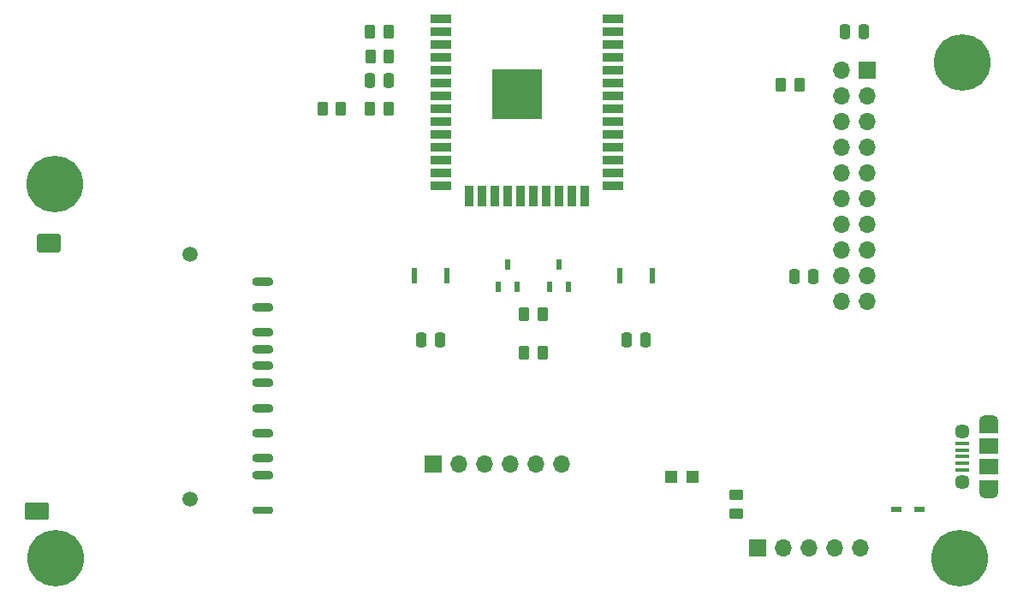
<source format=gbr>
%TF.GenerationSoftware,KiCad,Pcbnew,(6.0.2)*%
%TF.CreationDate,2022-03-10T00:26:05-05:00*%
%TF.ProjectId,tower,746f7765-722e-46b6-9963-61645f706362,rev?*%
%TF.SameCoordinates,Original*%
%TF.FileFunction,Soldermask,Top*%
%TF.FilePolarity,Negative*%
%FSLAX46Y46*%
G04 Gerber Fmt 4.6, Leading zero omitted, Abs format (unit mm)*
G04 Created by KiCad (PCBNEW (6.0.2)) date 2022-03-10 00:26:05*
%MOMM*%
%LPD*%
G01*
G04 APERTURE LIST*
G04 Aperture macros list*
%AMRoundRect*
0 Rectangle with rounded corners*
0 $1 Rounding radius*
0 $2 $3 $4 $5 $6 $7 $8 $9 X,Y pos of 4 corners*
0 Add a 4 corners polygon primitive as box body*
4,1,4,$2,$3,$4,$5,$6,$7,$8,$9,$2,$3,0*
0 Add four circle primitives for the rounded corners*
1,1,$1+$1,$2,$3*
1,1,$1+$1,$4,$5*
1,1,$1+$1,$6,$7*
1,1,$1+$1,$8,$9*
0 Add four rect primitives between the rounded corners*
20,1,$1+$1,$2,$3,$4,$5,0*
20,1,$1+$1,$4,$5,$6,$7,0*
20,1,$1+$1,$6,$7,$8,$9,0*
20,1,$1+$1,$8,$9,$2,$3,0*%
G04 Aperture macros list end*
%ADD10RoundRect,0.250000X-0.250000X-0.475000X0.250000X-0.475000X0.250000X0.475000X-0.250000X0.475000X0*%
%ADD11RoundRect,0.250000X0.250000X0.475000X-0.250000X0.475000X-0.250000X-0.475000X0.250000X-0.475000X0*%
%ADD12R,1.350000X0.400000*%
%ADD13O,1.900000X1.200000*%
%ADD14R,1.900000X1.500000*%
%ADD15R,1.900000X1.200000*%
%ADD16C,1.450000*%
%ADD17R,1.700000X1.700000*%
%ADD18O,1.700000X1.700000*%
%ADD19R,0.600000X1.100000*%
%ADD20RoundRect,0.250000X-0.262500X-0.450000X0.262500X-0.450000X0.262500X0.450000X-0.262500X0.450000X0*%
%ADD21RoundRect,0.250000X0.262500X0.450000X-0.262500X0.450000X-0.262500X-0.450000X0.262500X-0.450000X0*%
%ADD22R,0.550000X1.500000*%
%ADD23C,1.500000*%
%ADD24RoundRect,0.250400X-0.749600X0.149600X-0.749600X-0.149600X0.749600X-0.149600X0.749600X0.149600X0*%
%ADD25RoundRect,0.249900X-0.750100X0.100100X-0.750100X-0.100100X0.750100X-0.100100X0.750100X0.100100X0*%
%ADD26RoundRect,0.249900X-0.950100X0.600100X-0.950100X-0.600100X0.950100X-0.600100X0.950100X0.600100X0*%
%ADD27RoundRect,0.250200X-0.949800X0.649800X-0.949800X-0.649800X0.949800X-0.649800X0.949800X0.649800X0*%
%ADD28R,1.075000X0.500000*%
%ADD29R,2.000000X0.900000*%
%ADD30R,0.900000X2.000000*%
%ADD31R,5.000000X5.000000*%
%ADD32R,1.200000X1.200000*%
%ADD33RoundRect,0.250000X0.450000X-0.262500X0.450000X0.262500X-0.450000X0.262500X-0.450000X-0.262500X0*%
%ADD34C,5.600000*%
G04 APERTURE END LIST*
D10*
%TO.C,C1*%
X164150000Y-88900000D03*
X166050000Y-88900000D03*
%TD*%
D11*
%TO.C,C2*%
X145730000Y-88900000D03*
X143830000Y-88900000D03*
%TD*%
D10*
%TO.C,C6*%
X185740000Y-58420000D03*
X187640000Y-58420000D03*
%TD*%
%TO.C,C7*%
X180720000Y-82640000D03*
X182620000Y-82640000D03*
%TD*%
D12*
%TO.C,J1*%
X197297500Y-101720000D03*
X197297500Y-101070000D03*
X197297500Y-100420000D03*
X197297500Y-99770000D03*
X197297500Y-99120000D03*
D13*
X199997500Y-96920000D03*
X199997500Y-103920000D03*
D14*
X199997500Y-101420000D03*
D15*
X199997500Y-97520000D03*
D16*
X197297500Y-97920000D03*
X197297500Y-102920000D03*
D14*
X199997500Y-99420000D03*
D15*
X199997500Y-103320000D03*
%TD*%
D17*
%TO.C,J2*%
X145015000Y-101165000D03*
D18*
X147555000Y-101165000D03*
X150095000Y-101165000D03*
X152635000Y-101165000D03*
X155175000Y-101165000D03*
X157715000Y-101165000D03*
%TD*%
D17*
%TO.C,J3*%
X177130000Y-109435000D03*
D18*
X179670000Y-109435000D03*
X182210000Y-109435000D03*
X184750000Y-109435000D03*
X187290000Y-109435000D03*
%TD*%
D17*
%TO.C,J5*%
X187960000Y-62230000D03*
D18*
X185420000Y-62230000D03*
X187960000Y-64770000D03*
X185420000Y-64770000D03*
X187960000Y-67310000D03*
X185420000Y-67310000D03*
X187960000Y-69850000D03*
X185420000Y-69850000D03*
X187960000Y-72390000D03*
X185420000Y-72390000D03*
X187960000Y-74930000D03*
X185420000Y-74930000D03*
X187960000Y-77470000D03*
X185420000Y-77470000D03*
X187960000Y-80010000D03*
X185420000Y-80010000D03*
X187960000Y-82550000D03*
X185420000Y-82550000D03*
X187960000Y-85090000D03*
X185420000Y-85090000D03*
%TD*%
D19*
%TO.C,Q1*%
X151450000Y-83650000D03*
X153350000Y-83650000D03*
X152400000Y-81450000D03*
%TD*%
%TO.C,Q2*%
X156530000Y-83650000D03*
X158430000Y-83650000D03*
X157480000Y-81450000D03*
%TD*%
D20*
%TO.C,R1*%
X179417500Y-63660000D03*
X181242500Y-63660000D03*
%TD*%
D21*
%TO.C,R2*%
X155852500Y-90170000D03*
X154027500Y-90170000D03*
%TD*%
D20*
%TO.C,R3*%
X154027500Y-86360000D03*
X155852500Y-86360000D03*
%TD*%
D21*
%TO.C,R4*%
X140612500Y-66040000D03*
X138787500Y-66040000D03*
%TD*%
D20*
%TO.C,R5*%
X138787500Y-58420000D03*
X140612500Y-58420000D03*
%TD*%
D22*
%TO.C,SW1*%
X166725000Y-82550000D03*
X163475000Y-82550000D03*
%TD*%
%TO.C,SW2*%
X143155000Y-82550000D03*
X146405000Y-82550000D03*
%TD*%
D23*
%TO.C,J4*%
X120980000Y-104630000D03*
X120980000Y-80430000D03*
D24*
X128180000Y-85650000D03*
X128180000Y-88150000D03*
X128180000Y-91450000D03*
X128180000Y-93150000D03*
X128180000Y-95650000D03*
X128180000Y-98150000D03*
X128180000Y-100580000D03*
X128180000Y-102280000D03*
X128180000Y-83150000D03*
X128180000Y-89850000D03*
D25*
X128180000Y-105770000D03*
D26*
X105780000Y-105780000D03*
D27*
X106980000Y-79330000D03*
%TD*%
D28*
%TO.C,D1*%
X190778000Y-105670000D03*
X193102000Y-105670000D03*
%TD*%
D11*
%TO.C,C3*%
X140650000Y-63210000D03*
X138750000Y-63210000D03*
%TD*%
D29*
%TO.C,IC1*%
X145800000Y-57125000D03*
X145800000Y-58395000D03*
X145800000Y-59665000D03*
X145800000Y-60935000D03*
X145800000Y-62205000D03*
X145800000Y-63475000D03*
X145800000Y-64745000D03*
X145800000Y-66015000D03*
X145800000Y-67285000D03*
X145800000Y-68555000D03*
X145800000Y-69825000D03*
X145800000Y-71095000D03*
X145800000Y-72365000D03*
X145800000Y-73635000D03*
D30*
X148585000Y-74635000D03*
X149855000Y-74635000D03*
X151125000Y-74635000D03*
X152395000Y-74635000D03*
X153665000Y-74635000D03*
X154935000Y-74635000D03*
X156205000Y-74635000D03*
X157475000Y-74635000D03*
X158745000Y-74635000D03*
X160015000Y-74635000D03*
D29*
X162800000Y-73635000D03*
X162800000Y-72365000D03*
X162800000Y-71095000D03*
X162800000Y-69825000D03*
X162800000Y-68555000D03*
X162800000Y-67285000D03*
X162800000Y-66015000D03*
X162800000Y-64745000D03*
X162800000Y-63475000D03*
X162800000Y-62205000D03*
X162800000Y-60935000D03*
X162800000Y-59665000D03*
X162800000Y-58395000D03*
X162800000Y-57125000D03*
D31*
X153300000Y-64625000D03*
%TD*%
D32*
%TO.C,D2*%
X168590000Y-102400000D03*
X170690000Y-102400000D03*
%TD*%
D33*
%TO.C,R6*%
X174960000Y-106052500D03*
X174960000Y-104227500D03*
%TD*%
D20*
%TO.C,R7*%
X134057500Y-65990000D03*
X135882500Y-65990000D03*
%TD*%
D34*
%TO.C,REF\u002A\u002A*%
X107696000Y-110490000D03*
%TD*%
%TO.C,REF\u002A\u002A*%
X197340000Y-61480000D03*
%TD*%
%TO.C,REF\u002A\u002A*%
X197104000Y-110490000D03*
%TD*%
%TO.C,REF\u002A\u002A*%
X107560000Y-73440000D03*
%TD*%
D21*
%TO.C,R8*%
X140642500Y-60820000D03*
X138817500Y-60820000D03*
%TD*%
M02*

</source>
